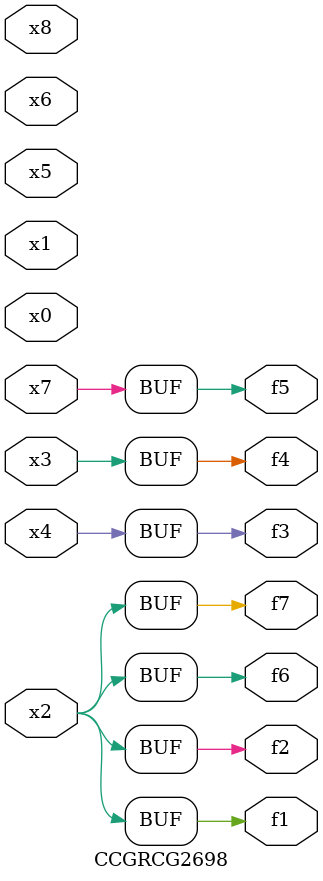
<source format=v>
module CCGRCG2698(
	input x0, x1, x2, x3, x4, x5, x6, x7, x8,
	output f1, f2, f3, f4, f5, f6, f7
);
	assign f1 = x2;
	assign f2 = x2;
	assign f3 = x4;
	assign f4 = x3;
	assign f5 = x7;
	assign f6 = x2;
	assign f7 = x2;
endmodule

</source>
